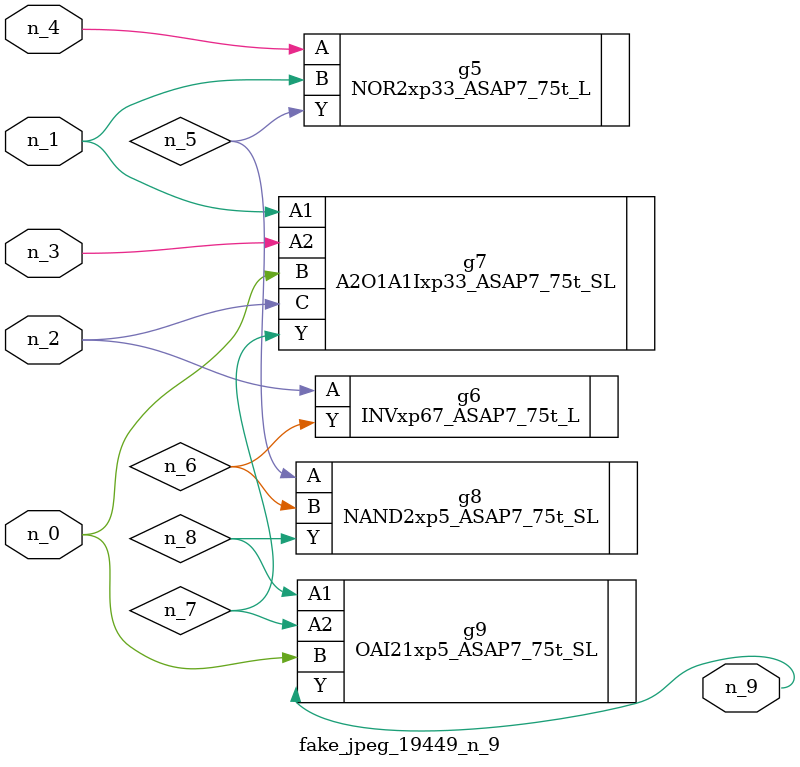
<source format=v>
module fake_jpeg_19449_n_9 (n_3, n_2, n_1, n_0, n_4, n_9);

input n_3;
input n_2;
input n_1;
input n_0;
input n_4;

output n_9;

wire n_8;
wire n_6;
wire n_5;
wire n_7;

NOR2xp33_ASAP7_75t_L g5 ( 
.A(n_4),
.B(n_1),
.Y(n_5)
);

INVxp67_ASAP7_75t_L g6 ( 
.A(n_2),
.Y(n_6)
);

A2O1A1Ixp33_ASAP7_75t_SL g7 ( 
.A1(n_1),
.A2(n_3),
.B(n_0),
.C(n_2),
.Y(n_7)
);

NAND2xp5_ASAP7_75t_SL g8 ( 
.A(n_5),
.B(n_6),
.Y(n_8)
);

OAI21xp5_ASAP7_75t_SL g9 ( 
.A1(n_8),
.A2(n_7),
.B(n_0),
.Y(n_9)
);


endmodule
</source>
